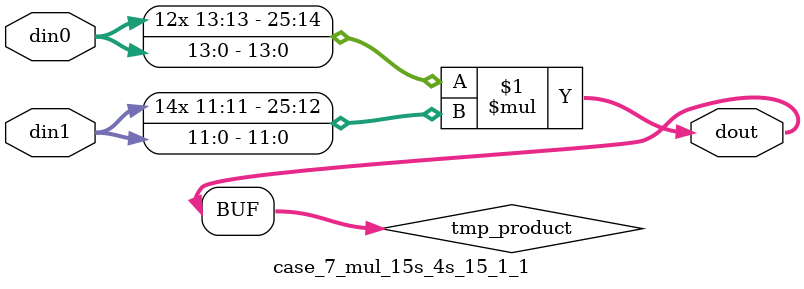
<source format=v>

`timescale 1 ns / 1 ps

 module case_7_mul_15s_4s_15_1_1(din0, din1, dout);
parameter ID = 1;
parameter NUM_STAGE = 0;
parameter din0_WIDTH = 14;
parameter din1_WIDTH = 12;
parameter dout_WIDTH = 26;

input [din0_WIDTH - 1 : 0] din0; 
input [din1_WIDTH - 1 : 0] din1; 
output [dout_WIDTH - 1 : 0] dout;

wire signed [dout_WIDTH - 1 : 0] tmp_product;



























assign tmp_product = $signed(din0) * $signed(din1);








assign dout = tmp_product;





















endmodule

</source>
